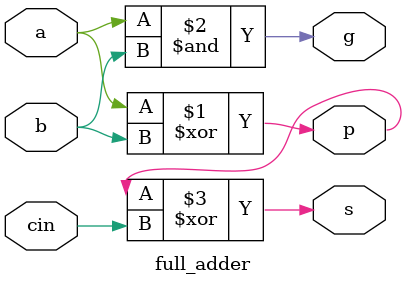
<source format=v>
module full_adder(
    input a, b, cin,
    output p, g, s
);

assign p = a ^ b; //propagate
assign g = a & b; //generate
assign s = p ^ cin;

endmodule
</source>
